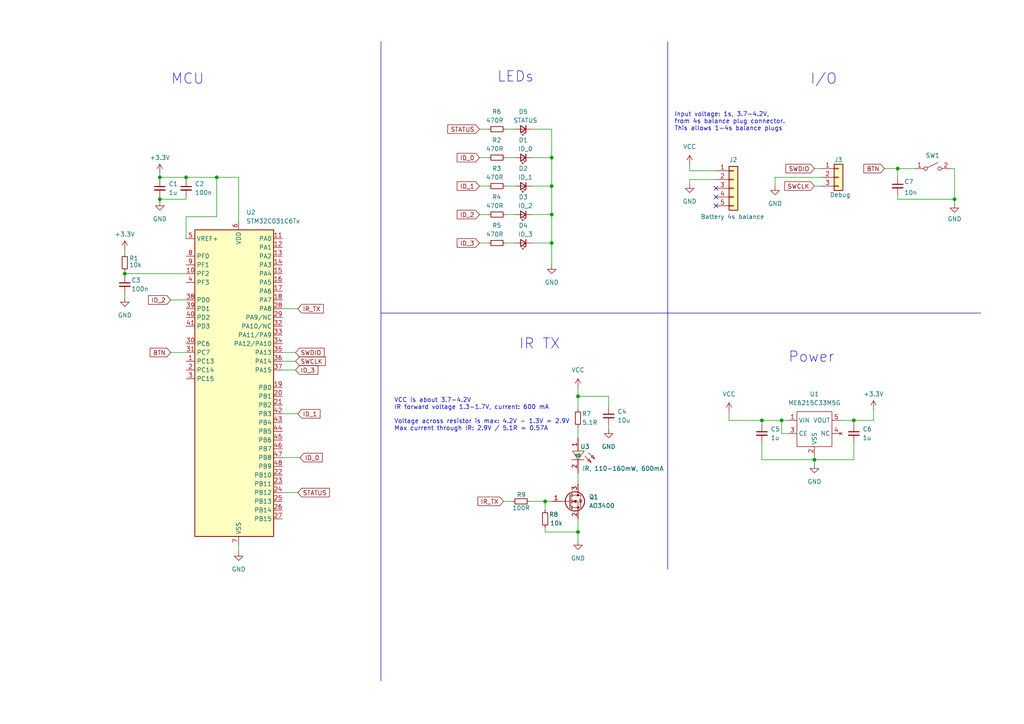
<source format=kicad_sch>
(kicad_sch (version 20230121) (generator eeschema)
  (paper "A4")
  (title_block (title "aeromendtag") (date "2023-10-13") (rev "A") (company "AeroMender"))
  (lib_symbols
    (symbol "Connector_Generic:Conn_01x03" (pin_names (offset 1.016) hide)
      (property "Reference" "J" (at 0 5.08 0))
      (property "Value" "Conn_01x03" (at 0 -5.08 0))
      (symbol "Conn_01x03_1_1"
        (rectangle (start -1.27 -2.413) (end 0 -2.667) (stroke (width 0.1524)))
        (rectangle (start -1.27 0.127) (end 0 -0.127) (stroke (width 0.1524)))
        (rectangle (start -1.27 2.667) (end 0 2.413) (stroke (width 0.1524)))
        (rectangle (start -1.27 3.81) (end 1.27 -3.81) (stroke (width 0.254)) (fill (type background)))
        (pin passive line (at -5.08 2.54 0) (length 3.81) (name "Pin_1") (number "1"))
        (pin passive line (at -5.08 0 0) (length 3.81) (name "Pin_2") (number "2"))
        (pin passive line (at -5.08 -2.54 0) (length 3.81) (name "Pin_3") (number "3"))
      )
    )
    (symbol "Connector_Generic:Conn_01x05" (pin_names (offset 1.016) hide)
      (property "Reference" "J" (at 0 7.62 0))
      (property "Value" "Conn_01x05" (at 0 -7.62 0))
      (symbol "Conn_01x05_1_1"
        (rectangle (start -1.27 -4.953) (end 0 -5.207) (stroke (width 0.1524)))
        (rectangle (start -1.27 -2.413) (end 0 -2.667) (stroke (width 0.1524)))
        (rectangle (start -1.27 0.127) (end 0 -0.127) (stroke (width 0.1524)))
        (rectangle (start -1.27 2.667) (end 0 2.413) (stroke (width 0.1524)))
        (rectangle (start -1.27 5.207) (end 0 4.953) (stroke (width 0.1524)))
        (rectangle (start -1.27 6.35) (end 1.27 -6.35) (stroke (width 0.254)) (fill (type background)))
        (pin passive line (at -5.08 5.08 0) (length 3.81) (name "Pin_1") (number "1"))
        (pin passive line (at -5.08 2.54 0) (length 3.81) (name "Pin_2") (number "2"))
        (pin passive line (at -5.08 0 0) (length 3.81) (name "Pin_3") (number "3"))
        (pin passive line (at -5.08 -2.54 0) (length 3.81) (name "Pin_4") (number "4"))
        (pin passive line (at -5.08 -5.08 0) (length 3.81) (name "Pin_5") (number "5"))
      )
    )
    (symbol "Custom:ME6215C33M5G"
      (property "Reference" "U" (at 0 2.54 0))
      (property "Value" "ME6215C33M5G" (at 0 0 0))
      (symbol "ME6215C33M5G_0_1"
        (rectangle (start -5.08 -1.27) (end 5.08 -11.43))
      )
      (symbol "ME6215C33M5G_1_1"
        (pin power_in line (at -7.62 -3.81 0) (length 2.54) (name "VIN") (number "1"))
        (pin bidirectional line (at 0 -13.97 90) (length 2.54) (name "VSS") (number "2"))
        (pin input line (at -7.62 -7.62 0) (length 2.54) (name "CE") (number "3"))
        (pin no_connect line (at 7.62 -7.62 180) (length 2.54) (name "NC") (number "4"))
        (pin power_out line (at 7.62 -3.81 180) (length 2.54) (name "VOUT") (number "5"))
      )
    )
    (symbol "Device:C_Small" (pin_numbers hide) (pin_names (offset 0.254) hide)
      (property "Reference" "C" (at 0.254 1.778 0))
      (property "Value" "C_Small" (at 0.254 -2.032 0))
      (symbol "C_Small_0_1"
        (polyline (pts (xy -1.524 -0.508) (xy 1.524 -0.508)) (stroke (width 0.3302)))
        (polyline (pts (xy -1.524 0.508) (xy 1.524 0.508)) (stroke (width 0.3048)))
      )
      (symbol "C_Small_1_1"
        (pin passive line (at 0 2.54 270) (length 2.032) (name "~") (number "1"))
        (pin passive line (at 0 -2.54 90) (length 2.032) (name "~") (number "2"))
      )
    )
    (symbol "Device:LED_Small" (pin_numbers hide) (pin_names (offset 0.254) hide)
      (property "Reference" "D" (at -1.27 3.175 0))
      (property "Value" "LED_Small" (at -4.445 -2.54 0))
      (symbol "LED_Small_0_1"
        (polyline (pts (xy -0.762 -1.016) (xy -0.762 1.016)) (stroke (width 0.254)))
        (polyline (pts (xy 1.016 0) (xy -0.762 0)))
        (polyline (pts (xy 0.762 -1.016) (xy -0.762 0) (xy 0.762 1.016) (xy 0.762 -1.016)) (stroke (width 0.254)))
        (polyline (pts (xy 0 0.762) (xy -0.508 1.27) (xy -0.254 1.27) (xy -0.508 1.27) (xy -0.508 1.016)))
        (polyline (pts (xy 0.508 1.27) (xy 0 1.778) (xy 0.254 1.778) (xy 0 1.778) (xy 0 1.524)))
      )
      (symbol "LED_Small_1_1"
        (pin passive line (at -2.54 0 0) (length 1.778) (name "K") (number "1"))
        (pin passive line (at 2.54 0 180) (length 1.778) (name "A") (number "2"))
      )
    )
    (symbol "Device:Q_NMOS_GSD" (pin_names (offset 0) hide)
      (property "Reference" "Q" (at 5.08 1.27 0))
      (property "Value" "Q_NMOS_GSD" (at 5.08 -1.27 0))
      (symbol "Q_NMOS_GSD_0_1"
        (polyline (pts (xy 0.254 0) (xy -2.54 0)))
        (polyline (pts (xy 0.254 1.905) (xy 0.254 -1.905)) (stroke (width 0.254)))
        (polyline (pts (xy 0.762 -1.27) (xy 0.762 -2.286)) (stroke (width 0.254)))
        (polyline (pts (xy 0.762 0.508) (xy 0.762 -0.508)) (stroke (width 0.254)))
        (polyline (pts (xy 0.762 2.286) (xy 0.762 1.27)) (stroke (width 0.254)))
        (polyline (pts (xy 2.54 2.54) (xy 2.54 1.778)))
        (polyline (pts (xy 2.54 -2.54) (xy 2.54 0) (xy 0.762 0)))
        (polyline (pts (xy 0.762 -1.778) (xy 3.302 -1.778) (xy 3.302 1.778) (xy 0.762 1.778)))
        (polyline (pts (xy 1.016 0) (xy 2.032 0.381) (xy 2.032 -0.381) (xy 1.016 0)) (fill (type outline)))
        (polyline (pts (xy 2.794 0.508) (xy 2.921 0.381) (xy 3.683 0.381) (xy 3.81 0.254)))
        (polyline (pts (xy 3.302 0.381) (xy 2.921 -0.254) (xy 3.683 -0.254) (xy 3.302 0.381)))
        (circle (center 1.651 0) (radius 2.794) (stroke (width 0.254)))
        (circle (center 2.54 -1.778) (radius 0.254) (fill (type outline)))
        (circle (center 2.54 1.778) (radius 0.254) (fill (type outline)))
      )
      (symbol "Q_NMOS_GSD_1_1"
        (pin input line (at -5.08 0 0) (length 2.54) (name "G") (number "1"))
        (pin passive line (at 2.54 -5.08 90) (length 2.54) (name "S") (number "2"))
        (pin passive line (at 2.54 5.08 270) (length 2.54) (name "D") (number "3"))
      )
    )
    (symbol "Device:R_Small" (pin_numbers hide) (pin_names (offset 0.254) hide)
      (property "Reference" "R" (at 0.762 0.508 0))
      (property "Value" "R_Small" (at 0.762 -1.016 0))
      (symbol "R_Small_0_1"
        (rectangle (start -0.762 1.778) (end 0.762 -1.778) (stroke (width 0.2032)))
      )
      (symbol "R_Small_1_1"
        (pin passive line (at 0 2.54 270) (length 0.762) (name "~") (number "1"))
        (pin passive line (at 0 -2.54 90) (length 0.762) (name "~") (number "2"))
      )
    )
    (symbol "MCU_ST_STM32C0:STM32C031C6Tx"
      (property "Reference" "U" (at -10.16 46.99 0))
      (property "Value" "STM32C031C6Tx" (at 5.08 46.99 0))
      (symbol "STM32C031C6Tx_0_1"
        (rectangle (start -10.16 -43.18) (end 12.7 45.72) (stroke (width 0.254)) (fill (type background)))
      )
      (symbol "STM32C031C6Tx_1_1"
        (pin bidirectional line (at -12.7 7.62 0) (length 2.54) (name "PC13") (number "1"))
        (pin bidirectional line (at -12.7 33.02 0) (length 2.54) (name "PF2") (number "10"))
        (pin bidirectional line (at 15.24 43.18 180) (length 2.54) (name "PA0") (number "11"))
        (pin bidirectional line (at 15.24 40.64 180) (length 2.54) (name "PA1") (number "12"))
        (pin bidirectional line (at 15.24 38.1 180) (length 2.54) (name "PA2") (number "13"))
        (pin bidirectional line (at 15.24 35.56 180) (length 2.54) (name "PA3") (number "14"))
        (pin bidirectional line (at 15.24 33.02 180) (length 2.54) (name "PA4") (number "15"))
        (pin bidirectional line (at 15.24 30.48 180) (length 2.54) (name "PA5") (number "16"))
        (pin bidirectional line (at 15.24 27.94 180) (length 2.54) (name "PA6") (number "17"))
        (pin bidirectional line (at 15.24 25.4 180) (length 2.54) (name "PA7") (number "18"))
        (pin bidirectional line (at 15.24 0 180) (length 2.54) (name "PB0") (number "19"))
        (pin bidirectional line (at -12.7 5.08 0) (length 2.54) (name "PC14") (number "2"))
        (pin bidirectional line (at 15.24 -2.54 180) (length 2.54) (name "PB1") (number "20"))
        (pin bidirectional line (at 15.24 -5.08 180) (length 2.54) (name "PB2") (number "21"))
        (pin bidirectional line (at 15.24 -25.4 180) (length 2.54) (name "PB10") (number "22"))
        (pin bidirectional line (at 15.24 -27.94 180) (length 2.54) (name "PB11") (number "23"))
        (pin bidirectional line (at 15.24 -30.48 180) (length 2.54) (name "PB12") (number "24"))
        (pin bidirectional line (at 15.24 -33.02 180) (length 2.54) (name "PB13") (number "25"))
        (pin bidirectional line (at 15.24 -35.56 180) (length 2.54) (name "PB14") (number "26"))
        (pin bidirectional line (at 15.24 -38.1 180) (length 2.54) (name "PB15") (number "27"))
        (pin bidirectional line (at 15.24 22.86 180) (length 2.54) (name "PA8") (number "28"))
        (pin bidirectional line (at 15.24 20.32 180) (length 2.54) (name "PA9/NC") (number "29"))
        (pin bidirectional line (at -12.7 2.54 0) (length 2.54) (name "PC15") (number "3"))
        (pin bidirectional line (at -12.7 12.7 0) (length 2.54) (name "PC6") (number "30"))
        (pin bidirectional line (at -12.7 10.16 0) (length 2.54) (name "PC7") (number "31"))
        (pin bidirectional line (at 15.24 17.78 180) (length 2.54) (name "PA10/NC") (number "32"))
        (pin bidirectional line (at 15.24 15.24 180) (length 2.54) (name "PA11/PA9") (number "33"))
        (pin bidirectional line (at 15.24 12.7 180) (length 2.54) (name "PA12/PA10") (number "34"))
        (pin bidirectional line (at 15.24 10.16 180) (length 2.54) (name "PA13") (number "35"))
        (pin bidirectional line (at 15.24 7.62 180) (length 2.54) (name "PA14") (number "36"))
        (pin bidirectional line (at 15.24 5.08 180) (length 2.54) (name "PA15") (number "37"))
        (pin bidirectional line (at -12.7 25.4 0) (length 2.54) (name "PD0") (number "38"))
        (pin bidirectional line (at -12.7 22.86 0) (length 2.54) (name "PD1") (number "39"))
        (pin bidirectional line (at -12.7 30.48 0) (length 2.54) (name "PF3") (number "4"))
        (pin bidirectional line (at -12.7 20.32 0) (length 2.54) (name "PD2") (number "40"))
        (pin bidirectional line (at -12.7 17.78 0) (length 2.54) (name "PD3") (number "41"))
        (pin bidirectional line (at 15.24 -7.62 180) (length 2.54) (name "PB3") (number "42"))
        (pin bidirectional line (at 15.24 -10.16 180) (length 2.54) (name "PB4") (number "43"))
        (pin bidirectional line (at 15.24 -12.7 180) (length 2.54) (name "PB5") (number "44"))
        (pin bidirectional line (at 15.24 -15.24 180) (length 2.54) (name "PB6") (number "45"))
        (pin bidirectional line (at 15.24 -17.78 180) (length 2.54) (name "PB7") (number "46"))
        (pin bidirectional line (at 15.24 -20.32 180) (length 2.54) (name "PB8") (number "47"))
        (pin bidirectional line (at 15.24 -22.86 180) (length 2.54) (name "PB9") (number "48"))
        (pin input line (at -12.7 43.18 0) (length 2.54) (name "VREF+") (number "5"))
        (pin power_in line (at 2.54 48.26 270) (length 2.54) (name "VDD") (number "6"))
        (pin power_in line (at 2.54 -45.72 90) (length 2.54) (name "VSS") (number "7"))
        (pin bidirectional line (at -12.7 38.1 0) (length 2.54) (name "PF0") (number "8"))
        (pin bidirectional line (at -12.7 35.56 0) (length 2.54) (name "PF1") (number "9"))
      )
    )
    (symbol "Switch:SW_SPST" (pin_names (offset 0) hide)
      (property "Reference" "SW" (at 0 3.175 0))
      (property "Value" "SW_SPST" (at 0 -2.54 0))
      (symbol "SW_SPST_0_0"
        (circle (center -2.032 0) (radius 0.508))
        (polyline (pts (xy -1.524 0.254) (xy 1.524 1.778)))
        (circle (center 2.032 0) (radius 0.508))
      )
      (symbol "SW_SPST_1_1"
        (pin passive line (at -5.08 0 0) (length 2.54) (name "A") (number "1"))
        (pin passive line (at 5.08 0 180) (length 2.54) (name "B") (number "2"))
      )
    )
    (symbol "easyeda2kicad:SE03-EMC3838A-D90A"
      (property "Reference" "U" (at 0 2.54 0))
      (property "Value" "SE03-EMC3838A-D90A" (at 0 -7.62 0))
      (symbol "SE03-EMC3838A-D90A_0_1"
        (polyline (pts (xy -0.76 0.51) (xy 1.02 2.29)))
        (polyline (pts (xy 0.25 -0.51) (xy 2.03 1.27)))
        (polyline (pts (xy 1.27 -4.32) (xy 1.27 -0.76)))
        (polyline (pts (xy -1.27 -4.06) (xy 1.27 -2.54) (xy -1.27 -0.76) (xy -1.27 -4.06)) (fill (type background)))
        (polyline (pts (xy 1.02 2.29) (xy 0 1.78) (xy 0.51 1.27) (xy 1.02 2.29)) (fill (type background)))
        (polyline (pts (xy 2.03 1.27) (xy 1.02 0.76) (xy 1.52 0.25) (xy 2.03 1.27)) (fill (type background)))
        (pin unspecified line (at -5.08 -2.54 0) (length 3.81) (name "A") (number "1"))
        (pin unspecified line (at 5.08 -2.54 180) (length 3.81) (name "C") (number "2"))
      )
    )
    (symbol "power:+3.3V" (power) (pin_names (offset 0))
      (property "Value" "+3.3V" (at 0 3.556 0))
      (symbol "+3.3V_0_1"
        (polyline (pts (xy -0.762 1.27) (xy 0 2.54)))
        (polyline (pts (xy 0 0) (xy 0 2.54)))
        (polyline (pts (xy 0 2.54) (xy 0.762 1.27)))
      )
      (symbol "+3.3V_1_1"
        (pin power_in line (at 0 0 90) (length 0) hide (name "+3.3V") (number "1"))
      )
    )
    (symbol "power:GND" (power) (pin_names (offset 0))
      (property "Value" "GND" (at 0 -3.81 0))
      (symbol "GND_0_1"
        (polyline (pts (xy 0 0) (xy 0 -1.27) (xy 1.27 -1.27) (xy 0 -2.54) (xy -1.27 -1.27) (xy 0 -1.27)))
      )
      (symbol "GND_1_1"
        (pin power_in line (at 0 0 270) (length 0) hide (name "GND") (number "1"))
      )
    )
    (symbol "power:VCC" (power) (pin_names (offset 0))
      (property "Value" "VCC" (at 0 3.81 0))
      (symbol "VCC_0_1"
        (polyline (pts (xy -0.762 1.27) (xy 0 2.54)))
        (polyline (pts (xy 0 0) (xy 0 2.54)))
        (polyline (pts (xy 0 2.54) (xy 0.762 1.27)))
      )
      (symbol "VCC_1_1"
        (pin power_in line (at 0 0 90) (length 0) hide (name "VCC") (number "1"))
      )
    )
  )
  (junction (at 160.02 62.23))
  (junction (at 158.115 145.415))
  (junction (at 53.975 51.435))
  (junction (at 62.865 51.435))
  (junction (at 46.355 57.785))
  (junction (at 160.02 45.72))
  (junction (at 167.64 154.305))
  (junction (at 247.65 121.92))
  (junction (at 160.02 53.975))
  (junction (at 46.355 51.435))
  (junction (at 220.98 121.92))
  (junction (at 276.86 57.785))
  (junction (at 260.35 48.895))
  (junction (at 167.64 114.935))
  (junction (at 236.22 133.35))
  (junction (at 226.695 121.92))
  (junction (at 160.02 70.485))
  (junction (at 36.195 79.375))
  (no_connect (at 207.645 57.15))
  (no_connect (at 207.645 59.69))
  (no_connect (at 207.645 54.61))
  (wire (pts (xy 176.53 118.11) (xy 176.53 114.935)))
  (wire (pts (xy 69.215 158.115) (xy 69.215 160.02)))
  (wire (pts (xy 200.025 47.625) (xy 200.025 49.53)))
  (wire (pts (xy 53.975 51.435) (xy 53.975 52.07)))
  (wire (pts (xy 160.02 62.23) (xy 160.02 70.485)))
  (wire (pts (xy 160.02 53.975) (xy 160.02 62.23)))
  (wire (pts (xy 158.115 145.415) (xy 158.115 147.955)))
  (wire (pts (xy 36.195 85.09) (xy 36.195 86.36)))
  (wire (pts (xy 81.915 132.715) (xy 86.995 132.715)))
  (wire (pts (xy 158.115 153.035) (xy 158.115 154.305)))
  (wire (pts (xy 49.53 86.995) (xy 53.975 86.995)))
  (wire (pts (xy 211.455 121.92) (xy 220.98 121.92)))
  (wire (pts (xy 81.915 102.235) (xy 85.725 102.235)))
  (wire (pts (xy 49.53 102.235) (xy 53.975 102.235)))
  (wire (pts (xy 260.35 57.785) (xy 276.86 57.785)))
  (wire (pts (xy 154.305 62.23) (xy 160.02 62.23)))
  (wire (pts (xy 139.065 45.72) (xy 141.605 45.72)))
  (wire (pts (xy 167.64 150.495) (xy 167.64 154.305)))
  (wire (pts (xy 154.305 45.72) (xy 160.02 45.72)))
  (wire (pts (xy 62.865 51.435) (xy 69.215 51.435)))
  (wire (pts (xy 158.115 154.305) (xy 167.64 154.305)))
  (wire (pts (xy 46.355 51.435) (xy 46.355 52.07)))
  (wire (pts (xy 36.195 72.39) (xy 36.195 73.66)))
  (wire (pts (xy 81.915 142.875) (xy 86.36 142.875)))
  (wire (pts (xy 220.98 121.92) (xy 220.98 123.19)))
  (wire (pts (xy 228.6 125.73) (xy 226.695 125.73)))
  (wire (pts (xy 260.35 56.515) (xy 260.35 57.785)))
  (wire (pts (xy 253.365 118.745) (xy 253.365 121.92)))
  (wire (pts (xy 81.915 107.315) (xy 85.725 107.315)))
  (wire (pts (xy 81.915 89.535) (xy 86.36 89.535)))
  (wire (pts (xy 260.35 48.895) (xy 260.35 51.435)))
  (wire (pts (xy 160.02 37.465) (xy 160.02 45.72)))
  (wire (pts (xy 62.865 51.435) (xy 62.865 62.865)))
  (wire (pts (xy 167.64 154.305) (xy 167.64 156.845)))
  (wire (pts (xy 154.305 37.465) (xy 160.02 37.465)))
  (wire (pts (xy 53.975 57.785) (xy 53.975 57.15)))
  (wire (pts (xy 46.355 57.785) (xy 46.355 58.42)))
  (wire (pts (xy 247.65 123.19) (xy 247.65 121.92)))
  (polyline (pts (xy 193.675 12.065) (xy 193.675 165.1)))
  (wire (pts (xy 220.98 133.35) (xy 236.22 133.35)))
  (polyline (pts (xy 110.49 90.805) (xy 284.48 90.805)))
  (wire (pts (xy 154.305 53.975) (xy 160.02 53.975)))
  (wire (pts (xy 253.365 121.92) (xy 247.65 121.92)))
  (wire (pts (xy 200.025 52.07) (xy 207.645 52.07)))
  (wire (pts (xy 236.22 48.895) (xy 238.125 48.895)))
  (wire (pts (xy 220.98 121.92) (xy 226.695 121.92)))
  (wire (pts (xy 146.05 145.415) (xy 148.59 145.415)))
  (wire (pts (xy 36.195 79.375) (xy 53.975 79.375)))
  (wire (pts (xy 46.355 50.165) (xy 46.355 51.435)))
  (wire (pts (xy 247.65 133.35) (xy 247.65 128.27)))
  (wire (pts (xy 46.355 51.435) (xy 53.975 51.435)))
  (wire (pts (xy 167.64 114.935) (xy 167.64 118.745)))
  (wire (pts (xy 139.065 53.975) (xy 141.605 53.975)))
  (wire (pts (xy 220.98 128.27) (xy 220.98 133.35)))
  (wire (pts (xy 146.685 70.485) (xy 149.225 70.485)))
  (wire (pts (xy 176.53 124.46) (xy 176.53 123.19)))
  (wire (pts (xy 176.53 114.935) (xy 167.64 114.935)))
  (wire (pts (xy 146.685 53.975) (xy 149.225 53.975)))
  (wire (pts (xy 158.115 145.415) (xy 160.02 145.415)))
  (wire (pts (xy 139.065 62.23) (xy 141.605 62.23)))
  (wire (pts (xy 260.35 48.895) (xy 265.43 48.895)))
  (wire (pts (xy 167.64 112.395) (xy 167.64 114.935)))
  (wire (pts (xy 200.025 49.53) (xy 207.645 49.53)))
  (wire (pts (xy 226.695 125.73) (xy 226.695 121.92)))
  (wire (pts (xy 224.79 51.435) (xy 238.125 51.435)))
  (wire (pts (xy 69.215 51.435) (xy 69.215 64.135)))
  (wire (pts (xy 146.685 45.72) (xy 149.225 45.72)))
  (wire (pts (xy 236.22 132.08) (xy 236.22 133.35)))
  (wire (pts (xy 236.22 53.975) (xy 238.125 53.975)))
  (wire (pts (xy 200.025 53.34) (xy 200.025 52.07)))
  (wire (pts (xy 224.79 53.975) (xy 224.79 51.435)))
  (wire (pts (xy 146.685 62.23) (xy 149.225 62.23)))
  (wire (pts (xy 256.54 48.895) (xy 260.35 48.895)))
  (wire (pts (xy 275.59 48.895) (xy 276.86 48.895)))
  (wire (pts (xy 53.975 69.215) (xy 53.975 62.865)))
  (wire (pts (xy 46.355 57.15) (xy 46.355 57.785)))
  (wire (pts (xy 236.22 133.35) (xy 247.65 133.35)))
  (wire (pts (xy 160.02 70.485) (xy 160.02 76.835)))
  (wire (pts (xy 153.67 145.415) (xy 158.115 145.415)))
  (wire (pts (xy 139.065 37.465) (xy 141.605 37.465)))
  (wire (pts (xy 167.64 123.825) (xy 167.64 127)))
  (wire (pts (xy 276.86 57.785) (xy 276.86 59.055)))
  (wire (pts (xy 160.02 45.72) (xy 160.02 53.975)))
  (wire (pts (xy 167.64 137.16) (xy 167.64 140.335)))
  (wire (pts (xy 36.195 79.375) (xy 36.195 80.01)))
  (wire (pts (xy 226.695 121.92) (xy 228.6 121.92)))
  (wire (pts (xy 81.915 104.775) (xy 85.725 104.775)))
  (wire (pts (xy 81.915 120.015) (xy 86.36 120.015)))
  (wire (pts (xy 211.455 119.38) (xy 211.455 121.92)))
  (wire (pts (xy 236.22 133.35) (xy 236.22 134.62)))
  (wire (pts (xy 146.685 37.465) (xy 149.225 37.465)))
  (wire (pts (xy 53.975 51.435) (xy 62.865 51.435)))
  (wire (pts (xy 53.975 62.865) (xy 62.865 62.865)))
  (polyline (pts (xy 110.49 12.065) (xy 110.49 197.485)))
  (wire (pts (xy 139.065 70.485) (xy 141.605 70.485)))
  (wire (pts (xy 276.86 48.895) (xy 276.86 57.785)))
  (wire (pts (xy 46.355 57.785) (xy 53.975 57.785)))
  (wire (pts (xy 247.65 121.92) (xy 243.84 121.92)))
  (wire (pts (xy 36.195 78.74) (xy 36.195 79.375)))
  (wire (pts (xy 154.305 70.485) (xy 160.02 70.485)))
  (text "MCU" (at 49.53 24.765 0) (effects (font (size 3 3)) (justify left bottom)))
  (text "VCC is about 3.7-4.2V\nIR forward voltage 1.3-1.7V, current: 600 mA\n\nVoltage across resistor is max: 4.2V - 1.3V = 2.9V\nMax current through IR: 2.9V / 5.1R = 0.57A" (at 114.3 125.095 0) (effects (font (size 1.27 1.27)) (justify left bottom)))
  (text "LEDs" (at 144.145 24.13 0) (effects (font (size 3 3)) (justify left bottom)))
  (text "IR TX" (at 150.495 101.6 0) (effects (font (size 3 3)) (justify left bottom)))
  (text "Power" (at 228.6 105.41 0) (effects (font (size 3 3)) (justify left bottom)))
  (text "I/O" (at 234.95 24.765 0) (effects (font (size 3 3)) (justify left bottom)))
  (text "Input voltage: 1s, 3.7-4.2V,\nfrom 4s balance plug connector.\nThis allows 1-4s balance plugs\n" (at 195.58 38.1 0) (effects (font (size 1.27 1.27)) (justify left bottom)))
  (global_label "ID_2" (shape input) (at 49.53 86.995 180) (property "Intersheetrefs" "${INTERSHEET_REFS}" (effects hide)))
  (global_label "BTN" (shape input) (at 49.53 102.235 180) (property "Intersheetrefs" "${INTERSHEET_REFS}" (effects hide)))
  (global_label "IR_TX" (shape input) (at 86.36 89.535 0) (property "Intersheetrefs" "${INTERSHEET_REFS}" (effects hide)))
  (global_label "ID_3" (shape input) (at 85.725 107.315 0) (property "Intersheetrefs" "${INTERSHEET_REFS}" (effects hide)))
  (global_label "STATUS" (shape input) (at 86.36 142.875 0) (property "Intersheetrefs" "${INTERSHEET_REFS}" (effects hide)))
  (global_label "BTN" (shape input) (at 256.54 48.895 180) (property "Intersheetrefs" "${INTERSHEET_REFS}" (effects hide)))
  (global_label "ID_0" (shape input) (at 86.995 132.715 0) (property "Intersheetrefs" "${INTERSHEET_REFS}" (effects hide)))
  (global_label "ID_1" (shape input) (at 139.065 53.975 180) (property "Intersheetrefs" "${INTERSHEET_REFS}" (effects hide)))
  (global_label "SWCLK" (shape input) (at 85.725 104.775 0) (property "Intersheetrefs" "${INTERSHEET_REFS}" (effects hide)))
  (global_label "ID_1" (shape input) (at 86.36 120.015 0) (property "Intersheetrefs" "${INTERSHEET_REFS}" (effects hide)))
  (global_label "ID_2" (shape input) (at 139.065 62.23 180) (property "Intersheetrefs" "${INTERSHEET_REFS}" (effects hide)))
  (global_label "SWDIO" (shape input) (at 85.725 102.235 0) (property "Intersheetrefs" "${INTERSHEET_REFS}" (effects hide)))
  (global_label "ID_0" (shape input) (at 139.065 45.72 180) (property "Intersheetrefs" "${INTERSHEET_REFS}" (effects hide)))
  (global_label "SWDIO" (shape input) (at 236.22 48.895 180) (property "Intersheetrefs" "${INTERSHEET_REFS}" (effects hide)))
  (global_label "IR_TX" (shape input) (at 146.05 145.415 180) (property "Intersheetrefs" "${INTERSHEET_REFS}" (effects hide)))
  (global_label "STATUS" (shape input) (at 139.065 37.465 180) (property "Intersheetrefs" "${INTERSHEET_REFS}" (effects hide)))
  (global_label "ID_3" (shape input) (at 139.065 70.485 180) (property "Intersheetrefs" "${INTERSHEET_REFS}" (effects hide)))
  (global_label "SWCLK" (shape input) (at 236.22 53.975 180) (property "Intersheetrefs" "${INTERSHEET_REFS}" (effects hide)))
  (symbol (lib_id "power:GND") (at 176.53 124.46 0) (unit 1)
    (property "Reference" "#PWR09" (effects hide))
    (property "Value" "GND" (at 176.53 129.54 0))
  )
  (symbol (lib_id "Device:R_Small") (at 167.64 121.285 180) (unit 1)
    (property "Reference" "R7" (at 171.45 120.015 0) (effects (justify left)))
    (property "Value" "5.1R" (at 173.355 122.555 0) (effects (justify left)))
    (property "Footprint" "Resistor_SMD:R_2512_6332Metric" (effects hide))
    (property "Datasheet" "https://datasheet.lcsc.com/lcsc/2304140030_RALEC-RTT255R1JTE_C105134.pdf" (effects hide))
    (property "MPN" "C105134" (effects hide))
  )
  (symbol (lib_id "power:+3.3V") (at 253.365 118.745 0) (unit 1)
    (property "Reference" "#PWR013" (effects hide))
    (property "Value" "+3.3V" (at 253.365 114.3 0))
  )
  (symbol (lib_id "Device:R_Small") (at 151.13 145.415 270) (unit 1)
    (property "Reference" "R9" (at 149.86 143.51 90) (effects (justify left)))
    (property "Value" "100R" (at 148.59 147.32 90) (effects (justify left)))
    (property "Footprint" "Resistor_SMD:R_0402_1005Metric" (effects hide))
  )
  (symbol (lib_id "power:VCC") (at 200.025 47.625 0) (unit 1)
    (property "Reference" "#PWR010" (effects hide))
    (property "Value" "VCC" (at 200.025 42.545 0))
  )
  (symbol (lib_id "Device:LED_Small") (at 151.765 70.485 180) (unit 1)
    (property "Reference" "D4" (at 151.765 65.405 0))
    (property "Value" "ID_3" (at 152.4 67.945 0))
    (property "Footprint" "LED_SMD:LED_0603_1608Metric" (effects hide))
  )
  (symbol (lib_id "power:+3.3V") (at 46.355 50.165 0) (unit 1)
    (property "Reference" "#PWR015" (effects hide))
    (property "Value" "+3.3V" (at 46.355 45.72 0))
  )
  (symbol (lib_id "Device:R_Small") (at 36.195 76.2 0) (unit 1)
    (property "Reference" "R1" (at 37.465 74.93 0) (effects (justify left)))
    (property "Value" "10k" (at 37.465 76.835 0) (effects (justify left)))
    (property "Footprint" "Resistor_SMD:R_0402_1005Metric" (effects hide))
  )
  (symbol (lib_id "Device:LED_Small") (at 151.765 62.23 180) (unit 1)
    (property "Reference" "D3" (at 151.765 57.15 0))
    (property "Value" "ID_2" (at 152.4 59.69 0))
    (property "Footprint" "LED_SMD:LED_0603_1608Metric" (effects hide))
  )
  (symbol (lib_id "Device:C_Small") (at 46.355 54.61 0) (unit 1)
    (property "Reference" "C1" (at 48.895 53.3463 0) (effects (justify left)))
    (property "Value" "1u" (at 48.895 55.8863 0) (effects (justify left)))
    (property "Footprint" "Capacitor_SMD:C_0402_1005Metric" (effects hide))
  )
  (symbol (lib_id "Connector_Generic:Conn_01x05") (at 212.725 54.61 0) (unit 1)
    (property "Reference" "J2" (at 211.455 46.355 0) (effects (justify left)))
    (property "Value" "Battery 4s balance" (at 203.2 62.865 0) (effects (justify left)))
    (property "Footprint" "Connector_PinSocket_2.54mm:PinSocket_1x05_P2.54mm_Vertical" (effects hide))
  )
  (symbol (lib_id "power:GND") (at 276.86 59.055 0) (unit 1)
    (property "Reference" "#PWR018" (effects hide))
    (property "Value" "GND" (at 276.86 63.5 0))
  )
  (symbol (lib_id "Device:C_Small") (at 176.53 120.65 0) (unit 1)
    (property "Reference" "C4" (at 179.07 119.38 0) (effects (justify left)))
    (property "Value" "10u" (at 179.07 121.92 0) (effects (justify left)))
    (property "Footprint" "Capacitor_SMD:C_0603_1608Metric" (effects hide))
  )
  (symbol (lib_id "Device:C_Small") (at 220.98 125.73 0) (unit 1)
    (property "Reference" "C5" (at 223.52 124.46 0) (effects (justify left)))
    (property "Value" "1u" (at 223.52 127 0) (effects (justify left)))
    (property "Footprint" "Capacitor_SMD:C_0402_1005Metric" (effects hide))
  )
  (symbol (lib_id "Device:R_Small") (at 144.145 70.485 90) (unit 1)
    (property "Reference" "R5" (at 145.415 65.405 90) (effects (justify left)))
    (property "Value" "470R" (at 146.05 67.945 90) (effects (justify left)))
    (property "Footprint" "Resistor_SMD:R_0402_1005Metric" (effects hide))
  )
  (symbol (lib_id "Device:C_Small") (at 36.195 82.55 0) (unit 1)
    (property "Reference" "C3" (at 38.1 81.28 0) (effects (justify left)))
    (property "Value" "100n" (at 38.1 83.82 0) (effects (justify left)))
    (property "Footprint" "Capacitor_SMD:C_0402_1005Metric" (effects hide))
  )
  (symbol (lib_id "Device:LED_Small") (at 151.765 45.72 180) (unit 1)
    (property "Reference" "D1" (at 151.765 40.64 0))
    (property "Value" "ID_0" (at 152.4 43.18 0))
    (property "Footprint" "LED_SMD:LED_0603_1608Metric" (effects hide))
  )
  (symbol (lib_id "power:GND") (at 200.025 53.34 0) (unit 1)
    (property "Reference" "#PWR08" (effects hide))
    (property "Value" "GND" (at 200.025 58.42 0))
  )
  (symbol (lib_id "power:GND") (at 69.215 160.02 0) (unit 1)
    (property "Reference" "#PWR01" (effects hide))
    (property "Value" "GND" (at 69.215 165.1 0))
  )
  (symbol (lib_id "power:VCC") (at 211.455 119.38 0) (unit 1)
    (property "Reference" "#PWR012" (effects hide))
    (property "Value" "VCC" (at 211.455 114.3 0))
  )
  (symbol (lib_id "Device:LED_Small") (at 151.765 53.975 180) (unit 1)
    (property "Reference" "D2" (at 151.765 48.895 0))
    (property "Value" "ID_1" (at 152.4 51.435 0))
    (property "Footprint" "LED_SMD:LED_0603_1608Metric" (effects hide))
  )
  (symbol (lib_id "power:GND") (at 160.02 76.835 0) (unit 1)
    (property "Reference" "#PWR06" (effects hide))
    (property "Value" "GND" (at 160.02 81.915 0))
  )
  (symbol (lib_id "Device:R_Small") (at 144.145 45.72 90) (unit 1)
    (property "Reference" "R2" (at 145.415 40.64 90) (effects (justify left)))
    (property "Value" "470R" (at 146.05 43.18 90) (effects (justify left)))
    (property "Footprint" "Resistor_SMD:R_0402_1005Metric" (effects hide))
  )
  (symbol (lib_id "Connector_Generic:Conn_01x03") (at 243.205 51.435 0) (unit 1)
    (property "Reference" "J3" (at 241.935 46.355 0) (effects (justify left)))
    (property "Value" "Debug" (at 240.665 56.515 0) (effects (justify left)))
    (property "Footprint" "Connector_PinHeader_1.27mm:PinHeader_1x03_P1.27mm_Vertical" (effects hide))
  )
  (symbol (lib_id "Device:C_Small") (at 260.35 53.975 0) (unit 1)
    (property "Reference" "C7" (at 262.255 52.705 0) (effects (justify left)))
    (property "Value" "10n" (at 262.255 55.88 0) (effects (justify left)))
    (property "Footprint" "Capacitor_SMD:C_0402_1005Metric" (effects hide))
  )
  (symbol (lib_id "power:GND") (at 236.22 134.62 0) (unit 1)
    (property "Reference" "#PWR014" (effects hide))
    (property "Value" "GND" (at 236.22 139.7 0))
  )
  (symbol (lib_id "easyeda2kicad:SE03-EMC3838A-D90A") (at 170.18 132.08 270) (unit 1)
    (property "Reference" "U3" (at 168.275 129.54 90) (effects (justify left)))
    (property "Value" "IR, 110-160mW, 600mA" (at 168.91 135.89 90) (effects (justify left)))
    (property "Footprint" "easyeda2kicad:SENSOR-SMD_L3.9-W3.9-FD" (effects hide))
    (property "LCSC Part" "C5205232" (effects hide))
    (property "MPN" "C5205232" (effects hide))
  )
  (symbol (lib_id "power:VCC") (at 167.64 112.395 0) (unit 1)
    (property "Reference" "#PWR019" (effects hide))
    (property "Value" "VCC" (at 167.64 107.315 0))
  )
  (symbol (lib_id "power:GND") (at 224.79 53.975 0) (unit 1)
    (property "Reference" "#PWR07" (effects hide))
    (property "Value" "GND" (at 224.79 59.055 0))
  )
  (symbol (lib_id "power:+3.3V") (at 36.195 72.39 0) (unit 1)
    (property "Reference" "#PWR02" (effects hide))
    (property "Value" "+3.3V" (at 36.195 67.945 0))
  )
  (symbol (lib_id "Device:R_Small") (at 144.145 53.975 90) (unit 1)
    (property "Reference" "R3" (at 145.415 48.895 90) (effects (justify left)))
    (property "Value" "470R" (at 146.05 51.435 90) (effects (justify left)))
    (property "Footprint" "Resistor_SMD:R_0402_1005Metric" (effects hide))
  )
  (symbol (lib_id "Custom:ME6215C33M5G") (at 236.22 118.11 0) (unit 1)
    (property "Reference" "U1" (at 236.22 114.3 0))
    (property "Value" "ME6215C33M5G" (at 236.22 116.84 0))
    (property "Footprint" "Package_TO_SOT_SMD:SOT-23-5" (effects hide))
    (property "Datasheet" "https://datasheet.lcsc.com/lcsc/1809201023_MICRONE-Nanjing-Micro-One-Elec-ME6215C33M5G_C84119.pdf" (effects hide))
    (property "MPN" "C84119" (effects hide))
  )
  (symbol (lib_id "Device:C_Small") (at 53.975 54.61 0) (unit 1)
    (property "Reference" "C2" (at 56.515 53.3463 0) (effects (justify left)))
    (property "Value" "100n" (at 56.515 55.8863 0) (effects (justify left)))
    (property "Footprint" "Capacitor_SMD:C_0402_1005Metric" (effects hide))
  )
  (symbol (lib_id "Device:R_Small") (at 144.145 62.23 90) (unit 1)
    (property "Reference" "R4" (at 145.415 57.15 90) (effects (justify left)))
    (property "Value" "470R" (at 146.05 59.69 90) (effects (justify left)))
    (property "Footprint" "Resistor_SMD:R_0402_1005Metric" (effects hide))
  )
  (symbol (lib_id "Device:R_Small") (at 144.145 37.465 90) (unit 1)
    (property "Reference" "R6" (at 145.415 32.385 90) (effects (justify left)))
    (property "Value" "470R" (at 146.05 34.925 90) (effects (justify left)))
    (property "Footprint" "Resistor_SMD:R_0402_1005Metric" (effects hide))
  )
  (symbol (lib_id "Device:LED_Small") (at 151.765 37.465 180) (unit 1)
    (property "Reference" "D5" (at 151.765 32.385 0))
    (property "Value" "STATUS" (at 152.4 34.925 0))
    (property "Footprint" "LED_SMD:LED_0603_1608Metric" (effects hide))
  )
  (symbol (lib_id "Device:C_Small") (at 247.65 125.73 0) (unit 1)
    (property "Reference" "C6" (at 250.19 124.46 0) (effects (justify left)))
    (property "Value" "1u" (at 250.19 127 0) (effects (justify left)))
    (property "Footprint" "Capacitor_SMD:C_0402_1005Metric" (effects hide))
  )
  (symbol (lib_id "Device:R_Small") (at 158.115 150.495 180) (unit 1)
    (property "Reference" "R8" (at 161.925 149.225 0) (effects (justify left)))
    (property "Value" "10k" (at 163.195 151.765 0) (effects (justify left)))
    (property "Footprint" "Resistor_SMD:R_0402_1005Metric" (effects hide))
  )
  (symbol (lib_id "power:GND") (at 46.355 58.42 0) (unit 1)
    (property "Reference" "#PWR04" (effects hide))
    (property "Value" "GND" (at 46.355 63.5 0))
  )
  (symbol (lib_id "Switch:SW_SPST") (at 270.51 48.895 0) (unit 1)
    (property "Reference" "SW1" (at 270.51 45.085 0))
    (property "Value" "SW_SPST" (effects hide))
    (property "Footprint" "easyeda2kicad:SW-SMD_L4.0-W2.9-LS5.0" (effects hide))
  )
  (symbol (lib_id "Device:Q_NMOS_GSD") (at 165.1 145.415 0) (unit 1)
    (property "Reference" "Q1" (at 170.815 144.145 0) (effects (justify left)))
    (property "Value" "AO3400" (at 170.815 146.685 0) (effects (justify left)))
    (property "Footprint" "Package_TO_SOT_SMD:SOT-23" (effects hide))
    (property "Datasheet" "https://datasheet.lcsc.com/lcsc/1811091829_Shikues-SK3400_C122850.pdf" (effects hide))
    (property "MPN" "C122850" (effects hide))
  )
  (symbol (lib_id "power:GND") (at 167.64 156.845 0) (unit 1)
    (property "Reference" "#PWR05" (effects hide))
    (property "Value" "GND" (at 167.64 161.925 0))
  )
  (symbol (lib_id "power:GND") (at 36.195 86.36 0) (unit 1)
    (property "Reference" "#PWR03" (effects hide))
    (property "Value" "GND" (at 36.195 91.44 0))
  )
  (symbol (lib_id "MCU_ST_STM32C0:STM32C031C6Tx") (at 66.675 112.395 0) (unit 1)
    (property "Reference" "U2" (at 71.4091 61.595 0) (effects (justify left)))
    (property "Value" "STM32C031C6Tx" (at 71.4091 64.135 0) (effects (justify left)))
    (property "Footprint" "Package_QFP:LQFP-48_7x7mm_P0.5mm" (effects hide))
    (property "Datasheet" "https://www.st.com/resource/en/datasheet/stm32c031c6.pdf" (effects hide))
    (property "MPN" "C5456218" (effects hide))
  )
)
</source>
